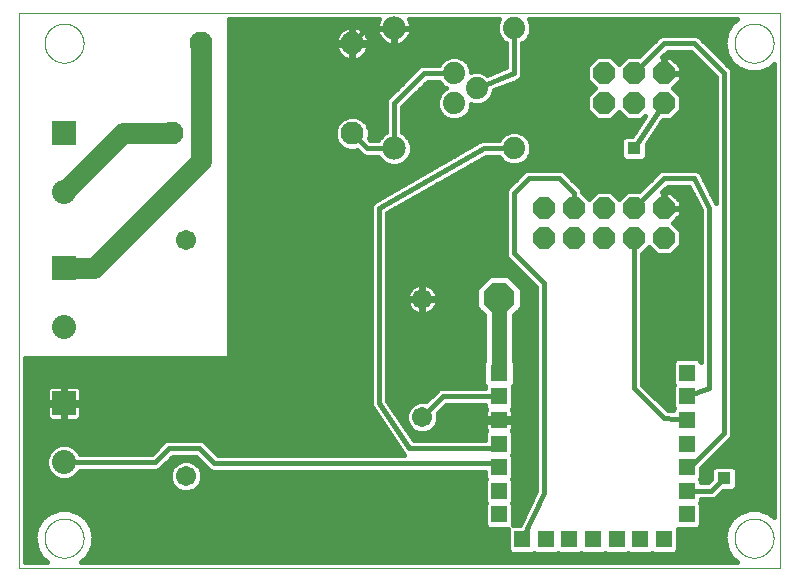
<source format=gtl>
G75*
%MOIN*%
%OFA0B0*%
%FSLAX25Y25*%
%IPPOS*%
%LPD*%
%AMOC8*
5,1,8,0,0,1.08239X$1,22.5*
%
%ADD10C,0.00000*%
%ADD11C,0.07400*%
%ADD12C,0.07800*%
%ADD13C,0.07677*%
%ADD14R,0.08000X0.08000*%
%ADD15C,0.08000*%
%ADD16OC8,0.07400*%
%ADD17C,0.06731*%
%ADD18R,0.05512X0.05512*%
%ADD19OC8,0.10000*%
%ADD20C,0.01600*%
%ADD21R,0.04362X0.04362*%
%ADD22C,0.07000*%
%ADD23C,0.05000*%
D10*
X0068333Y0055000D02*
X0068333Y0239961D01*
X0322034Y0239961D01*
X0322034Y0055000D01*
X0068333Y0055000D01*
X0076833Y0065000D02*
X0076835Y0065161D01*
X0076841Y0065321D01*
X0076851Y0065482D01*
X0076865Y0065642D01*
X0076883Y0065802D01*
X0076904Y0065961D01*
X0076930Y0066120D01*
X0076960Y0066278D01*
X0076993Y0066435D01*
X0077031Y0066592D01*
X0077072Y0066747D01*
X0077117Y0066901D01*
X0077166Y0067054D01*
X0077219Y0067206D01*
X0077275Y0067357D01*
X0077336Y0067506D01*
X0077399Y0067654D01*
X0077467Y0067800D01*
X0077538Y0067944D01*
X0077612Y0068086D01*
X0077690Y0068227D01*
X0077772Y0068365D01*
X0077857Y0068502D01*
X0077945Y0068636D01*
X0078037Y0068768D01*
X0078132Y0068898D01*
X0078230Y0069026D01*
X0078331Y0069151D01*
X0078435Y0069273D01*
X0078542Y0069393D01*
X0078652Y0069510D01*
X0078765Y0069625D01*
X0078881Y0069736D01*
X0079000Y0069845D01*
X0079121Y0069950D01*
X0079245Y0070053D01*
X0079371Y0070153D01*
X0079499Y0070249D01*
X0079630Y0070342D01*
X0079764Y0070432D01*
X0079899Y0070519D01*
X0080037Y0070602D01*
X0080176Y0070682D01*
X0080318Y0070758D01*
X0080461Y0070831D01*
X0080606Y0070900D01*
X0080753Y0070966D01*
X0080901Y0071028D01*
X0081051Y0071086D01*
X0081202Y0071141D01*
X0081355Y0071192D01*
X0081509Y0071239D01*
X0081664Y0071282D01*
X0081820Y0071321D01*
X0081976Y0071357D01*
X0082134Y0071388D01*
X0082292Y0071416D01*
X0082451Y0071440D01*
X0082611Y0071460D01*
X0082771Y0071476D01*
X0082931Y0071488D01*
X0083092Y0071496D01*
X0083253Y0071500D01*
X0083413Y0071500D01*
X0083574Y0071496D01*
X0083735Y0071488D01*
X0083895Y0071476D01*
X0084055Y0071460D01*
X0084215Y0071440D01*
X0084374Y0071416D01*
X0084532Y0071388D01*
X0084690Y0071357D01*
X0084846Y0071321D01*
X0085002Y0071282D01*
X0085157Y0071239D01*
X0085311Y0071192D01*
X0085464Y0071141D01*
X0085615Y0071086D01*
X0085765Y0071028D01*
X0085913Y0070966D01*
X0086060Y0070900D01*
X0086205Y0070831D01*
X0086348Y0070758D01*
X0086490Y0070682D01*
X0086629Y0070602D01*
X0086767Y0070519D01*
X0086902Y0070432D01*
X0087036Y0070342D01*
X0087167Y0070249D01*
X0087295Y0070153D01*
X0087421Y0070053D01*
X0087545Y0069950D01*
X0087666Y0069845D01*
X0087785Y0069736D01*
X0087901Y0069625D01*
X0088014Y0069510D01*
X0088124Y0069393D01*
X0088231Y0069273D01*
X0088335Y0069151D01*
X0088436Y0069026D01*
X0088534Y0068898D01*
X0088629Y0068768D01*
X0088721Y0068636D01*
X0088809Y0068502D01*
X0088894Y0068365D01*
X0088976Y0068227D01*
X0089054Y0068086D01*
X0089128Y0067944D01*
X0089199Y0067800D01*
X0089267Y0067654D01*
X0089330Y0067506D01*
X0089391Y0067357D01*
X0089447Y0067206D01*
X0089500Y0067054D01*
X0089549Y0066901D01*
X0089594Y0066747D01*
X0089635Y0066592D01*
X0089673Y0066435D01*
X0089706Y0066278D01*
X0089736Y0066120D01*
X0089762Y0065961D01*
X0089783Y0065802D01*
X0089801Y0065642D01*
X0089815Y0065482D01*
X0089825Y0065321D01*
X0089831Y0065161D01*
X0089833Y0065000D01*
X0089831Y0064839D01*
X0089825Y0064679D01*
X0089815Y0064518D01*
X0089801Y0064358D01*
X0089783Y0064198D01*
X0089762Y0064039D01*
X0089736Y0063880D01*
X0089706Y0063722D01*
X0089673Y0063565D01*
X0089635Y0063408D01*
X0089594Y0063253D01*
X0089549Y0063099D01*
X0089500Y0062946D01*
X0089447Y0062794D01*
X0089391Y0062643D01*
X0089330Y0062494D01*
X0089267Y0062346D01*
X0089199Y0062200D01*
X0089128Y0062056D01*
X0089054Y0061914D01*
X0088976Y0061773D01*
X0088894Y0061635D01*
X0088809Y0061498D01*
X0088721Y0061364D01*
X0088629Y0061232D01*
X0088534Y0061102D01*
X0088436Y0060974D01*
X0088335Y0060849D01*
X0088231Y0060727D01*
X0088124Y0060607D01*
X0088014Y0060490D01*
X0087901Y0060375D01*
X0087785Y0060264D01*
X0087666Y0060155D01*
X0087545Y0060050D01*
X0087421Y0059947D01*
X0087295Y0059847D01*
X0087167Y0059751D01*
X0087036Y0059658D01*
X0086902Y0059568D01*
X0086767Y0059481D01*
X0086629Y0059398D01*
X0086490Y0059318D01*
X0086348Y0059242D01*
X0086205Y0059169D01*
X0086060Y0059100D01*
X0085913Y0059034D01*
X0085765Y0058972D01*
X0085615Y0058914D01*
X0085464Y0058859D01*
X0085311Y0058808D01*
X0085157Y0058761D01*
X0085002Y0058718D01*
X0084846Y0058679D01*
X0084690Y0058643D01*
X0084532Y0058612D01*
X0084374Y0058584D01*
X0084215Y0058560D01*
X0084055Y0058540D01*
X0083895Y0058524D01*
X0083735Y0058512D01*
X0083574Y0058504D01*
X0083413Y0058500D01*
X0083253Y0058500D01*
X0083092Y0058504D01*
X0082931Y0058512D01*
X0082771Y0058524D01*
X0082611Y0058540D01*
X0082451Y0058560D01*
X0082292Y0058584D01*
X0082134Y0058612D01*
X0081976Y0058643D01*
X0081820Y0058679D01*
X0081664Y0058718D01*
X0081509Y0058761D01*
X0081355Y0058808D01*
X0081202Y0058859D01*
X0081051Y0058914D01*
X0080901Y0058972D01*
X0080753Y0059034D01*
X0080606Y0059100D01*
X0080461Y0059169D01*
X0080318Y0059242D01*
X0080176Y0059318D01*
X0080037Y0059398D01*
X0079899Y0059481D01*
X0079764Y0059568D01*
X0079630Y0059658D01*
X0079499Y0059751D01*
X0079371Y0059847D01*
X0079245Y0059947D01*
X0079121Y0060050D01*
X0079000Y0060155D01*
X0078881Y0060264D01*
X0078765Y0060375D01*
X0078652Y0060490D01*
X0078542Y0060607D01*
X0078435Y0060727D01*
X0078331Y0060849D01*
X0078230Y0060974D01*
X0078132Y0061102D01*
X0078037Y0061232D01*
X0077945Y0061364D01*
X0077857Y0061498D01*
X0077772Y0061635D01*
X0077690Y0061773D01*
X0077612Y0061914D01*
X0077538Y0062056D01*
X0077467Y0062200D01*
X0077399Y0062346D01*
X0077336Y0062494D01*
X0077275Y0062643D01*
X0077219Y0062794D01*
X0077166Y0062946D01*
X0077117Y0063099D01*
X0077072Y0063253D01*
X0077031Y0063408D01*
X0076993Y0063565D01*
X0076960Y0063722D01*
X0076930Y0063880D01*
X0076904Y0064039D01*
X0076883Y0064198D01*
X0076865Y0064358D01*
X0076851Y0064518D01*
X0076841Y0064679D01*
X0076835Y0064839D01*
X0076833Y0065000D01*
X0228333Y0095000D02*
X0228333Y0096496D01*
X0306833Y0065000D02*
X0306835Y0065161D01*
X0306841Y0065321D01*
X0306851Y0065482D01*
X0306865Y0065642D01*
X0306883Y0065802D01*
X0306904Y0065961D01*
X0306930Y0066120D01*
X0306960Y0066278D01*
X0306993Y0066435D01*
X0307031Y0066592D01*
X0307072Y0066747D01*
X0307117Y0066901D01*
X0307166Y0067054D01*
X0307219Y0067206D01*
X0307275Y0067357D01*
X0307336Y0067506D01*
X0307399Y0067654D01*
X0307467Y0067800D01*
X0307538Y0067944D01*
X0307612Y0068086D01*
X0307690Y0068227D01*
X0307772Y0068365D01*
X0307857Y0068502D01*
X0307945Y0068636D01*
X0308037Y0068768D01*
X0308132Y0068898D01*
X0308230Y0069026D01*
X0308331Y0069151D01*
X0308435Y0069273D01*
X0308542Y0069393D01*
X0308652Y0069510D01*
X0308765Y0069625D01*
X0308881Y0069736D01*
X0309000Y0069845D01*
X0309121Y0069950D01*
X0309245Y0070053D01*
X0309371Y0070153D01*
X0309499Y0070249D01*
X0309630Y0070342D01*
X0309764Y0070432D01*
X0309899Y0070519D01*
X0310037Y0070602D01*
X0310176Y0070682D01*
X0310318Y0070758D01*
X0310461Y0070831D01*
X0310606Y0070900D01*
X0310753Y0070966D01*
X0310901Y0071028D01*
X0311051Y0071086D01*
X0311202Y0071141D01*
X0311355Y0071192D01*
X0311509Y0071239D01*
X0311664Y0071282D01*
X0311820Y0071321D01*
X0311976Y0071357D01*
X0312134Y0071388D01*
X0312292Y0071416D01*
X0312451Y0071440D01*
X0312611Y0071460D01*
X0312771Y0071476D01*
X0312931Y0071488D01*
X0313092Y0071496D01*
X0313253Y0071500D01*
X0313413Y0071500D01*
X0313574Y0071496D01*
X0313735Y0071488D01*
X0313895Y0071476D01*
X0314055Y0071460D01*
X0314215Y0071440D01*
X0314374Y0071416D01*
X0314532Y0071388D01*
X0314690Y0071357D01*
X0314846Y0071321D01*
X0315002Y0071282D01*
X0315157Y0071239D01*
X0315311Y0071192D01*
X0315464Y0071141D01*
X0315615Y0071086D01*
X0315765Y0071028D01*
X0315913Y0070966D01*
X0316060Y0070900D01*
X0316205Y0070831D01*
X0316348Y0070758D01*
X0316490Y0070682D01*
X0316629Y0070602D01*
X0316767Y0070519D01*
X0316902Y0070432D01*
X0317036Y0070342D01*
X0317167Y0070249D01*
X0317295Y0070153D01*
X0317421Y0070053D01*
X0317545Y0069950D01*
X0317666Y0069845D01*
X0317785Y0069736D01*
X0317901Y0069625D01*
X0318014Y0069510D01*
X0318124Y0069393D01*
X0318231Y0069273D01*
X0318335Y0069151D01*
X0318436Y0069026D01*
X0318534Y0068898D01*
X0318629Y0068768D01*
X0318721Y0068636D01*
X0318809Y0068502D01*
X0318894Y0068365D01*
X0318976Y0068227D01*
X0319054Y0068086D01*
X0319128Y0067944D01*
X0319199Y0067800D01*
X0319267Y0067654D01*
X0319330Y0067506D01*
X0319391Y0067357D01*
X0319447Y0067206D01*
X0319500Y0067054D01*
X0319549Y0066901D01*
X0319594Y0066747D01*
X0319635Y0066592D01*
X0319673Y0066435D01*
X0319706Y0066278D01*
X0319736Y0066120D01*
X0319762Y0065961D01*
X0319783Y0065802D01*
X0319801Y0065642D01*
X0319815Y0065482D01*
X0319825Y0065321D01*
X0319831Y0065161D01*
X0319833Y0065000D01*
X0319831Y0064839D01*
X0319825Y0064679D01*
X0319815Y0064518D01*
X0319801Y0064358D01*
X0319783Y0064198D01*
X0319762Y0064039D01*
X0319736Y0063880D01*
X0319706Y0063722D01*
X0319673Y0063565D01*
X0319635Y0063408D01*
X0319594Y0063253D01*
X0319549Y0063099D01*
X0319500Y0062946D01*
X0319447Y0062794D01*
X0319391Y0062643D01*
X0319330Y0062494D01*
X0319267Y0062346D01*
X0319199Y0062200D01*
X0319128Y0062056D01*
X0319054Y0061914D01*
X0318976Y0061773D01*
X0318894Y0061635D01*
X0318809Y0061498D01*
X0318721Y0061364D01*
X0318629Y0061232D01*
X0318534Y0061102D01*
X0318436Y0060974D01*
X0318335Y0060849D01*
X0318231Y0060727D01*
X0318124Y0060607D01*
X0318014Y0060490D01*
X0317901Y0060375D01*
X0317785Y0060264D01*
X0317666Y0060155D01*
X0317545Y0060050D01*
X0317421Y0059947D01*
X0317295Y0059847D01*
X0317167Y0059751D01*
X0317036Y0059658D01*
X0316902Y0059568D01*
X0316767Y0059481D01*
X0316629Y0059398D01*
X0316490Y0059318D01*
X0316348Y0059242D01*
X0316205Y0059169D01*
X0316060Y0059100D01*
X0315913Y0059034D01*
X0315765Y0058972D01*
X0315615Y0058914D01*
X0315464Y0058859D01*
X0315311Y0058808D01*
X0315157Y0058761D01*
X0315002Y0058718D01*
X0314846Y0058679D01*
X0314690Y0058643D01*
X0314532Y0058612D01*
X0314374Y0058584D01*
X0314215Y0058560D01*
X0314055Y0058540D01*
X0313895Y0058524D01*
X0313735Y0058512D01*
X0313574Y0058504D01*
X0313413Y0058500D01*
X0313253Y0058500D01*
X0313092Y0058504D01*
X0312931Y0058512D01*
X0312771Y0058524D01*
X0312611Y0058540D01*
X0312451Y0058560D01*
X0312292Y0058584D01*
X0312134Y0058612D01*
X0311976Y0058643D01*
X0311820Y0058679D01*
X0311664Y0058718D01*
X0311509Y0058761D01*
X0311355Y0058808D01*
X0311202Y0058859D01*
X0311051Y0058914D01*
X0310901Y0058972D01*
X0310753Y0059034D01*
X0310606Y0059100D01*
X0310461Y0059169D01*
X0310318Y0059242D01*
X0310176Y0059318D01*
X0310037Y0059398D01*
X0309899Y0059481D01*
X0309764Y0059568D01*
X0309630Y0059658D01*
X0309499Y0059751D01*
X0309371Y0059847D01*
X0309245Y0059947D01*
X0309121Y0060050D01*
X0309000Y0060155D01*
X0308881Y0060264D01*
X0308765Y0060375D01*
X0308652Y0060490D01*
X0308542Y0060607D01*
X0308435Y0060727D01*
X0308331Y0060849D01*
X0308230Y0060974D01*
X0308132Y0061102D01*
X0308037Y0061232D01*
X0307945Y0061364D01*
X0307857Y0061498D01*
X0307772Y0061635D01*
X0307690Y0061773D01*
X0307612Y0061914D01*
X0307538Y0062056D01*
X0307467Y0062200D01*
X0307399Y0062346D01*
X0307336Y0062494D01*
X0307275Y0062643D01*
X0307219Y0062794D01*
X0307166Y0062946D01*
X0307117Y0063099D01*
X0307072Y0063253D01*
X0307031Y0063408D01*
X0306993Y0063565D01*
X0306960Y0063722D01*
X0306930Y0063880D01*
X0306904Y0064039D01*
X0306883Y0064198D01*
X0306865Y0064358D01*
X0306851Y0064518D01*
X0306841Y0064679D01*
X0306835Y0064839D01*
X0306833Y0065000D01*
X0306833Y0230000D02*
X0306835Y0230161D01*
X0306841Y0230321D01*
X0306851Y0230482D01*
X0306865Y0230642D01*
X0306883Y0230802D01*
X0306904Y0230961D01*
X0306930Y0231120D01*
X0306960Y0231278D01*
X0306993Y0231435D01*
X0307031Y0231592D01*
X0307072Y0231747D01*
X0307117Y0231901D01*
X0307166Y0232054D01*
X0307219Y0232206D01*
X0307275Y0232357D01*
X0307336Y0232506D01*
X0307399Y0232654D01*
X0307467Y0232800D01*
X0307538Y0232944D01*
X0307612Y0233086D01*
X0307690Y0233227D01*
X0307772Y0233365D01*
X0307857Y0233502D01*
X0307945Y0233636D01*
X0308037Y0233768D01*
X0308132Y0233898D01*
X0308230Y0234026D01*
X0308331Y0234151D01*
X0308435Y0234273D01*
X0308542Y0234393D01*
X0308652Y0234510D01*
X0308765Y0234625D01*
X0308881Y0234736D01*
X0309000Y0234845D01*
X0309121Y0234950D01*
X0309245Y0235053D01*
X0309371Y0235153D01*
X0309499Y0235249D01*
X0309630Y0235342D01*
X0309764Y0235432D01*
X0309899Y0235519D01*
X0310037Y0235602D01*
X0310176Y0235682D01*
X0310318Y0235758D01*
X0310461Y0235831D01*
X0310606Y0235900D01*
X0310753Y0235966D01*
X0310901Y0236028D01*
X0311051Y0236086D01*
X0311202Y0236141D01*
X0311355Y0236192D01*
X0311509Y0236239D01*
X0311664Y0236282D01*
X0311820Y0236321D01*
X0311976Y0236357D01*
X0312134Y0236388D01*
X0312292Y0236416D01*
X0312451Y0236440D01*
X0312611Y0236460D01*
X0312771Y0236476D01*
X0312931Y0236488D01*
X0313092Y0236496D01*
X0313253Y0236500D01*
X0313413Y0236500D01*
X0313574Y0236496D01*
X0313735Y0236488D01*
X0313895Y0236476D01*
X0314055Y0236460D01*
X0314215Y0236440D01*
X0314374Y0236416D01*
X0314532Y0236388D01*
X0314690Y0236357D01*
X0314846Y0236321D01*
X0315002Y0236282D01*
X0315157Y0236239D01*
X0315311Y0236192D01*
X0315464Y0236141D01*
X0315615Y0236086D01*
X0315765Y0236028D01*
X0315913Y0235966D01*
X0316060Y0235900D01*
X0316205Y0235831D01*
X0316348Y0235758D01*
X0316490Y0235682D01*
X0316629Y0235602D01*
X0316767Y0235519D01*
X0316902Y0235432D01*
X0317036Y0235342D01*
X0317167Y0235249D01*
X0317295Y0235153D01*
X0317421Y0235053D01*
X0317545Y0234950D01*
X0317666Y0234845D01*
X0317785Y0234736D01*
X0317901Y0234625D01*
X0318014Y0234510D01*
X0318124Y0234393D01*
X0318231Y0234273D01*
X0318335Y0234151D01*
X0318436Y0234026D01*
X0318534Y0233898D01*
X0318629Y0233768D01*
X0318721Y0233636D01*
X0318809Y0233502D01*
X0318894Y0233365D01*
X0318976Y0233227D01*
X0319054Y0233086D01*
X0319128Y0232944D01*
X0319199Y0232800D01*
X0319267Y0232654D01*
X0319330Y0232506D01*
X0319391Y0232357D01*
X0319447Y0232206D01*
X0319500Y0232054D01*
X0319549Y0231901D01*
X0319594Y0231747D01*
X0319635Y0231592D01*
X0319673Y0231435D01*
X0319706Y0231278D01*
X0319736Y0231120D01*
X0319762Y0230961D01*
X0319783Y0230802D01*
X0319801Y0230642D01*
X0319815Y0230482D01*
X0319825Y0230321D01*
X0319831Y0230161D01*
X0319833Y0230000D01*
X0319831Y0229839D01*
X0319825Y0229679D01*
X0319815Y0229518D01*
X0319801Y0229358D01*
X0319783Y0229198D01*
X0319762Y0229039D01*
X0319736Y0228880D01*
X0319706Y0228722D01*
X0319673Y0228565D01*
X0319635Y0228408D01*
X0319594Y0228253D01*
X0319549Y0228099D01*
X0319500Y0227946D01*
X0319447Y0227794D01*
X0319391Y0227643D01*
X0319330Y0227494D01*
X0319267Y0227346D01*
X0319199Y0227200D01*
X0319128Y0227056D01*
X0319054Y0226914D01*
X0318976Y0226773D01*
X0318894Y0226635D01*
X0318809Y0226498D01*
X0318721Y0226364D01*
X0318629Y0226232D01*
X0318534Y0226102D01*
X0318436Y0225974D01*
X0318335Y0225849D01*
X0318231Y0225727D01*
X0318124Y0225607D01*
X0318014Y0225490D01*
X0317901Y0225375D01*
X0317785Y0225264D01*
X0317666Y0225155D01*
X0317545Y0225050D01*
X0317421Y0224947D01*
X0317295Y0224847D01*
X0317167Y0224751D01*
X0317036Y0224658D01*
X0316902Y0224568D01*
X0316767Y0224481D01*
X0316629Y0224398D01*
X0316490Y0224318D01*
X0316348Y0224242D01*
X0316205Y0224169D01*
X0316060Y0224100D01*
X0315913Y0224034D01*
X0315765Y0223972D01*
X0315615Y0223914D01*
X0315464Y0223859D01*
X0315311Y0223808D01*
X0315157Y0223761D01*
X0315002Y0223718D01*
X0314846Y0223679D01*
X0314690Y0223643D01*
X0314532Y0223612D01*
X0314374Y0223584D01*
X0314215Y0223560D01*
X0314055Y0223540D01*
X0313895Y0223524D01*
X0313735Y0223512D01*
X0313574Y0223504D01*
X0313413Y0223500D01*
X0313253Y0223500D01*
X0313092Y0223504D01*
X0312931Y0223512D01*
X0312771Y0223524D01*
X0312611Y0223540D01*
X0312451Y0223560D01*
X0312292Y0223584D01*
X0312134Y0223612D01*
X0311976Y0223643D01*
X0311820Y0223679D01*
X0311664Y0223718D01*
X0311509Y0223761D01*
X0311355Y0223808D01*
X0311202Y0223859D01*
X0311051Y0223914D01*
X0310901Y0223972D01*
X0310753Y0224034D01*
X0310606Y0224100D01*
X0310461Y0224169D01*
X0310318Y0224242D01*
X0310176Y0224318D01*
X0310037Y0224398D01*
X0309899Y0224481D01*
X0309764Y0224568D01*
X0309630Y0224658D01*
X0309499Y0224751D01*
X0309371Y0224847D01*
X0309245Y0224947D01*
X0309121Y0225050D01*
X0309000Y0225155D01*
X0308881Y0225264D01*
X0308765Y0225375D01*
X0308652Y0225490D01*
X0308542Y0225607D01*
X0308435Y0225727D01*
X0308331Y0225849D01*
X0308230Y0225974D01*
X0308132Y0226102D01*
X0308037Y0226232D01*
X0307945Y0226364D01*
X0307857Y0226498D01*
X0307772Y0226635D01*
X0307690Y0226773D01*
X0307612Y0226914D01*
X0307538Y0227056D01*
X0307467Y0227200D01*
X0307399Y0227346D01*
X0307336Y0227494D01*
X0307275Y0227643D01*
X0307219Y0227794D01*
X0307166Y0227946D01*
X0307117Y0228099D01*
X0307072Y0228253D01*
X0307031Y0228408D01*
X0306993Y0228565D01*
X0306960Y0228722D01*
X0306930Y0228880D01*
X0306904Y0229039D01*
X0306883Y0229198D01*
X0306865Y0229358D01*
X0306851Y0229518D01*
X0306841Y0229679D01*
X0306835Y0229839D01*
X0306833Y0230000D01*
X0076833Y0230000D02*
X0076835Y0230161D01*
X0076841Y0230321D01*
X0076851Y0230482D01*
X0076865Y0230642D01*
X0076883Y0230802D01*
X0076904Y0230961D01*
X0076930Y0231120D01*
X0076960Y0231278D01*
X0076993Y0231435D01*
X0077031Y0231592D01*
X0077072Y0231747D01*
X0077117Y0231901D01*
X0077166Y0232054D01*
X0077219Y0232206D01*
X0077275Y0232357D01*
X0077336Y0232506D01*
X0077399Y0232654D01*
X0077467Y0232800D01*
X0077538Y0232944D01*
X0077612Y0233086D01*
X0077690Y0233227D01*
X0077772Y0233365D01*
X0077857Y0233502D01*
X0077945Y0233636D01*
X0078037Y0233768D01*
X0078132Y0233898D01*
X0078230Y0234026D01*
X0078331Y0234151D01*
X0078435Y0234273D01*
X0078542Y0234393D01*
X0078652Y0234510D01*
X0078765Y0234625D01*
X0078881Y0234736D01*
X0079000Y0234845D01*
X0079121Y0234950D01*
X0079245Y0235053D01*
X0079371Y0235153D01*
X0079499Y0235249D01*
X0079630Y0235342D01*
X0079764Y0235432D01*
X0079899Y0235519D01*
X0080037Y0235602D01*
X0080176Y0235682D01*
X0080318Y0235758D01*
X0080461Y0235831D01*
X0080606Y0235900D01*
X0080753Y0235966D01*
X0080901Y0236028D01*
X0081051Y0236086D01*
X0081202Y0236141D01*
X0081355Y0236192D01*
X0081509Y0236239D01*
X0081664Y0236282D01*
X0081820Y0236321D01*
X0081976Y0236357D01*
X0082134Y0236388D01*
X0082292Y0236416D01*
X0082451Y0236440D01*
X0082611Y0236460D01*
X0082771Y0236476D01*
X0082931Y0236488D01*
X0083092Y0236496D01*
X0083253Y0236500D01*
X0083413Y0236500D01*
X0083574Y0236496D01*
X0083735Y0236488D01*
X0083895Y0236476D01*
X0084055Y0236460D01*
X0084215Y0236440D01*
X0084374Y0236416D01*
X0084532Y0236388D01*
X0084690Y0236357D01*
X0084846Y0236321D01*
X0085002Y0236282D01*
X0085157Y0236239D01*
X0085311Y0236192D01*
X0085464Y0236141D01*
X0085615Y0236086D01*
X0085765Y0236028D01*
X0085913Y0235966D01*
X0086060Y0235900D01*
X0086205Y0235831D01*
X0086348Y0235758D01*
X0086490Y0235682D01*
X0086629Y0235602D01*
X0086767Y0235519D01*
X0086902Y0235432D01*
X0087036Y0235342D01*
X0087167Y0235249D01*
X0087295Y0235153D01*
X0087421Y0235053D01*
X0087545Y0234950D01*
X0087666Y0234845D01*
X0087785Y0234736D01*
X0087901Y0234625D01*
X0088014Y0234510D01*
X0088124Y0234393D01*
X0088231Y0234273D01*
X0088335Y0234151D01*
X0088436Y0234026D01*
X0088534Y0233898D01*
X0088629Y0233768D01*
X0088721Y0233636D01*
X0088809Y0233502D01*
X0088894Y0233365D01*
X0088976Y0233227D01*
X0089054Y0233086D01*
X0089128Y0232944D01*
X0089199Y0232800D01*
X0089267Y0232654D01*
X0089330Y0232506D01*
X0089391Y0232357D01*
X0089447Y0232206D01*
X0089500Y0232054D01*
X0089549Y0231901D01*
X0089594Y0231747D01*
X0089635Y0231592D01*
X0089673Y0231435D01*
X0089706Y0231278D01*
X0089736Y0231120D01*
X0089762Y0230961D01*
X0089783Y0230802D01*
X0089801Y0230642D01*
X0089815Y0230482D01*
X0089825Y0230321D01*
X0089831Y0230161D01*
X0089833Y0230000D01*
X0089831Y0229839D01*
X0089825Y0229679D01*
X0089815Y0229518D01*
X0089801Y0229358D01*
X0089783Y0229198D01*
X0089762Y0229039D01*
X0089736Y0228880D01*
X0089706Y0228722D01*
X0089673Y0228565D01*
X0089635Y0228408D01*
X0089594Y0228253D01*
X0089549Y0228099D01*
X0089500Y0227946D01*
X0089447Y0227794D01*
X0089391Y0227643D01*
X0089330Y0227494D01*
X0089267Y0227346D01*
X0089199Y0227200D01*
X0089128Y0227056D01*
X0089054Y0226914D01*
X0088976Y0226773D01*
X0088894Y0226635D01*
X0088809Y0226498D01*
X0088721Y0226364D01*
X0088629Y0226232D01*
X0088534Y0226102D01*
X0088436Y0225974D01*
X0088335Y0225849D01*
X0088231Y0225727D01*
X0088124Y0225607D01*
X0088014Y0225490D01*
X0087901Y0225375D01*
X0087785Y0225264D01*
X0087666Y0225155D01*
X0087545Y0225050D01*
X0087421Y0224947D01*
X0087295Y0224847D01*
X0087167Y0224751D01*
X0087036Y0224658D01*
X0086902Y0224568D01*
X0086767Y0224481D01*
X0086629Y0224398D01*
X0086490Y0224318D01*
X0086348Y0224242D01*
X0086205Y0224169D01*
X0086060Y0224100D01*
X0085913Y0224034D01*
X0085765Y0223972D01*
X0085615Y0223914D01*
X0085464Y0223859D01*
X0085311Y0223808D01*
X0085157Y0223761D01*
X0085002Y0223718D01*
X0084846Y0223679D01*
X0084690Y0223643D01*
X0084532Y0223612D01*
X0084374Y0223584D01*
X0084215Y0223560D01*
X0084055Y0223540D01*
X0083895Y0223524D01*
X0083735Y0223512D01*
X0083574Y0223504D01*
X0083413Y0223500D01*
X0083253Y0223500D01*
X0083092Y0223504D01*
X0082931Y0223512D01*
X0082771Y0223524D01*
X0082611Y0223540D01*
X0082451Y0223560D01*
X0082292Y0223584D01*
X0082134Y0223612D01*
X0081976Y0223643D01*
X0081820Y0223679D01*
X0081664Y0223718D01*
X0081509Y0223761D01*
X0081355Y0223808D01*
X0081202Y0223859D01*
X0081051Y0223914D01*
X0080901Y0223972D01*
X0080753Y0224034D01*
X0080606Y0224100D01*
X0080461Y0224169D01*
X0080318Y0224242D01*
X0080176Y0224318D01*
X0080037Y0224398D01*
X0079899Y0224481D01*
X0079764Y0224568D01*
X0079630Y0224658D01*
X0079499Y0224751D01*
X0079371Y0224847D01*
X0079245Y0224947D01*
X0079121Y0225050D01*
X0079000Y0225155D01*
X0078881Y0225264D01*
X0078765Y0225375D01*
X0078652Y0225490D01*
X0078542Y0225607D01*
X0078435Y0225727D01*
X0078331Y0225849D01*
X0078230Y0225974D01*
X0078132Y0226102D01*
X0078037Y0226232D01*
X0077945Y0226364D01*
X0077857Y0226498D01*
X0077772Y0226635D01*
X0077690Y0226773D01*
X0077612Y0226914D01*
X0077538Y0227056D01*
X0077467Y0227200D01*
X0077399Y0227346D01*
X0077336Y0227494D01*
X0077275Y0227643D01*
X0077219Y0227794D01*
X0077166Y0227946D01*
X0077117Y0228099D01*
X0077072Y0228253D01*
X0077031Y0228408D01*
X0076993Y0228565D01*
X0076960Y0228722D01*
X0076930Y0228880D01*
X0076904Y0229039D01*
X0076883Y0229198D01*
X0076865Y0229358D01*
X0076851Y0229518D01*
X0076841Y0229679D01*
X0076835Y0229839D01*
X0076833Y0230000D01*
D11*
X0213333Y0220000D03*
X0220833Y0215000D03*
X0213333Y0210000D03*
X0233333Y0195000D03*
X0233333Y0235000D03*
D12*
X0193333Y0235000D03*
X0193333Y0195000D03*
D13*
X0179333Y0199900D03*
X0179333Y0230000D03*
X0129133Y0230000D03*
X0119333Y0200000D03*
D14*
X0083333Y0200000D03*
X0083333Y0155000D03*
X0083333Y0110000D03*
D15*
X0083333Y0090315D03*
X0083333Y0135315D03*
X0083333Y0180315D03*
D16*
X0243333Y0175000D03*
X0253333Y0175000D03*
X0263333Y0175000D03*
X0273333Y0175000D03*
X0283333Y0175000D03*
X0283333Y0165000D03*
X0273333Y0165000D03*
X0263333Y0165000D03*
X0253333Y0165000D03*
X0243333Y0165000D03*
X0263333Y0210000D03*
X0273333Y0210000D03*
X0283333Y0210000D03*
X0283333Y0220000D03*
X0273333Y0220000D03*
X0263333Y0220000D03*
D17*
X0202703Y0144685D03*
X0202703Y0105315D03*
X0123963Y0085630D03*
X0123963Y0164370D03*
D18*
X0228333Y0120118D03*
X0228333Y0112244D03*
X0228333Y0104370D03*
X0228333Y0096496D03*
X0228333Y0088622D03*
X0228333Y0080748D03*
X0228333Y0072874D03*
X0236010Y0064606D03*
X0243885Y0064606D03*
X0251759Y0064606D03*
X0259633Y0064606D03*
X0267507Y0064606D03*
X0275381Y0064606D03*
X0283255Y0064606D03*
X0290932Y0072874D03*
X0290932Y0080748D03*
X0290932Y0088622D03*
X0290932Y0096496D03*
X0290932Y0104370D03*
X0290932Y0112244D03*
X0290932Y0120118D03*
D19*
X0228333Y0145000D03*
D20*
X0233405Y0139364D02*
X0235905Y0141864D01*
X0235905Y0148136D01*
X0231470Y0152572D01*
X0225197Y0152572D01*
X0220762Y0148136D01*
X0220762Y0141864D01*
X0223262Y0139364D01*
X0223262Y0124003D01*
X0223006Y0123386D01*
X0223006Y0116851D01*
X0223397Y0115905D01*
X0223577Y0115725D01*
X0223577Y0115044D01*
X0209076Y0115044D01*
X0208046Y0114618D01*
X0207259Y0113830D01*
X0204010Y0110581D01*
X0203771Y0110680D01*
X0201636Y0110680D01*
X0199664Y0109863D01*
X0198155Y0108354D01*
X0197338Y0106382D01*
X0197338Y0104248D01*
X0198155Y0102276D01*
X0199664Y0100766D01*
X0201636Y0099950D01*
X0203771Y0099950D01*
X0205743Y0100766D01*
X0207252Y0102276D01*
X0208069Y0104248D01*
X0208069Y0106382D01*
X0207970Y0106621D01*
X0210792Y0109444D01*
X0223577Y0109444D01*
X0223577Y0108660D01*
X0224089Y0108148D01*
X0223900Y0107821D01*
X0223777Y0107363D01*
X0223777Y0104948D01*
X0227755Y0104948D01*
X0227755Y0103792D01*
X0223777Y0103792D01*
X0223777Y0101377D01*
X0223900Y0100919D01*
X0224089Y0100592D01*
X0223577Y0100080D01*
X0223577Y0097800D01*
X0199832Y0097800D01*
X0191133Y0110848D01*
X0191133Y0173375D01*
X0224077Y0192200D01*
X0228323Y0192200D01*
X0228501Y0191771D01*
X0230105Y0190168D01*
X0232200Y0189300D01*
X0234467Y0189300D01*
X0236562Y0190168D01*
X0238166Y0191771D01*
X0239033Y0193866D01*
X0239033Y0196134D01*
X0238166Y0198229D01*
X0236562Y0199832D01*
X0234467Y0200700D01*
X0232200Y0200700D01*
X0230105Y0199832D01*
X0228501Y0198229D01*
X0228323Y0197800D01*
X0223708Y0197800D01*
X0223533Y0197848D01*
X0223156Y0197800D01*
X0222776Y0197800D01*
X0222608Y0197730D01*
X0222428Y0197707D01*
X0222098Y0197519D01*
X0221747Y0197374D01*
X0221619Y0197245D01*
X0187098Y0177519D01*
X0186747Y0177374D01*
X0186619Y0177245D01*
X0186461Y0177155D01*
X0186228Y0176855D01*
X0185960Y0176586D01*
X0185890Y0176418D01*
X0185779Y0176274D01*
X0185679Y0175908D01*
X0185533Y0175557D01*
X0185533Y0175375D01*
X0185485Y0175199D01*
X0185533Y0174823D01*
X0185533Y0110277D01*
X0185478Y0110003D01*
X0185533Y0109726D01*
X0185533Y0109443D01*
X0185640Y0109185D01*
X0185695Y0108910D01*
X0185851Y0108675D01*
X0185960Y0108414D01*
X0186157Y0108216D01*
X0195851Y0093675D01*
X0195960Y0093414D01*
X0196157Y0093216D01*
X0196313Y0092983D01*
X0196547Y0092826D01*
X0196574Y0092800D01*
X0138333Y0092800D01*
X0134493Y0092800D01*
X0129919Y0097374D01*
X0128890Y0097800D01*
X0117776Y0097800D01*
X0116747Y0097374D01*
X0115960Y0096586D01*
X0112488Y0093115D01*
X0088668Y0093115D01*
X0088420Y0093714D01*
X0086732Y0095402D01*
X0084527Y0096315D01*
X0082140Y0096315D01*
X0079935Y0095402D01*
X0078247Y0093714D01*
X0077333Y0091508D01*
X0077333Y0089121D01*
X0078247Y0086916D01*
X0079935Y0085228D01*
X0082140Y0084315D01*
X0084527Y0084315D01*
X0086732Y0085228D01*
X0088420Y0086916D01*
X0088668Y0087515D01*
X0114205Y0087515D01*
X0115234Y0087941D01*
X0119493Y0092200D01*
X0127174Y0092200D01*
X0130960Y0088414D01*
X0131747Y0087626D01*
X0132776Y0087200D01*
X0138333Y0087200D01*
X0138333Y0057000D01*
X0088890Y0057000D01*
X0090879Y0058669D01*
X0092589Y0061631D01*
X0092589Y0061631D01*
X0093183Y0065000D01*
X0092589Y0068369D01*
X0090879Y0071331D01*
X0090879Y0071331D01*
X0088258Y0073530D01*
X0085044Y0074700D01*
X0081623Y0074700D01*
X0078409Y0073530D01*
X0078409Y0073530D01*
X0075788Y0071331D01*
X0074078Y0068369D01*
X0074078Y0068369D01*
X0073484Y0065000D01*
X0074078Y0061631D01*
X0075788Y0058669D01*
X0075788Y0058669D01*
X0077777Y0057000D01*
X0070333Y0057000D01*
X0070333Y0125000D01*
X0138333Y0125000D01*
X0138333Y0092800D01*
X0138333Y0237961D01*
X0188445Y0237961D01*
X0188051Y0237188D01*
X0187774Y0236335D01*
X0187633Y0235449D01*
X0187633Y0235184D01*
X0193149Y0235184D01*
X0193149Y0234816D01*
X0187633Y0234816D01*
X0187633Y0234551D01*
X0187774Y0233665D01*
X0188051Y0232812D01*
X0188458Y0232013D01*
X0188986Y0231287D01*
X0189620Y0230652D01*
X0190346Y0230125D01*
X0191145Y0229718D01*
X0191999Y0229440D01*
X0192885Y0229300D01*
X0193149Y0229300D01*
X0193149Y0234816D01*
X0193518Y0234816D01*
X0193518Y0235184D01*
X0199033Y0235184D01*
X0199033Y0235449D01*
X0198893Y0236335D01*
X0198616Y0237188D01*
X0198222Y0237961D01*
X0228390Y0237961D01*
X0227633Y0236134D01*
X0227633Y0233866D01*
X0228501Y0231771D01*
X0230105Y0230168D01*
X0230533Y0229990D01*
X0230533Y0221896D01*
X0224437Y0219457D01*
X0224062Y0219832D01*
X0221967Y0220700D01*
X0219700Y0220700D01*
X0219033Y0220424D01*
X0219033Y0221134D01*
X0218166Y0223229D01*
X0216562Y0224832D01*
X0214467Y0225700D01*
X0212200Y0225700D01*
X0210105Y0224832D01*
X0208501Y0223229D01*
X0208323Y0222800D01*
X0202776Y0222800D01*
X0201747Y0222374D01*
X0191747Y0212374D01*
X0190960Y0211586D01*
X0190533Y0210557D01*
X0190533Y0200226D01*
X0189991Y0200002D01*
X0188332Y0198342D01*
X0188107Y0197800D01*
X0185393Y0197800D01*
X0184962Y0198231D01*
X0185172Y0198739D01*
X0185172Y0201061D01*
X0184283Y0203207D01*
X0182641Y0204850D01*
X0180495Y0205739D01*
X0178172Y0205739D01*
X0176026Y0204850D01*
X0174384Y0203207D01*
X0173495Y0201061D01*
X0173495Y0198739D01*
X0174384Y0196593D01*
X0176026Y0194950D01*
X0178172Y0194061D01*
X0180495Y0194061D01*
X0181002Y0194272D01*
X0181860Y0193414D01*
X0182647Y0192626D01*
X0183676Y0192200D01*
X0188107Y0192200D01*
X0188332Y0191658D01*
X0189991Y0189998D01*
X0192160Y0189100D01*
X0194507Y0189100D01*
X0196675Y0189998D01*
X0198335Y0191658D01*
X0199233Y0193826D01*
X0199233Y0196174D01*
X0198335Y0198342D01*
X0196675Y0200002D01*
X0196133Y0200226D01*
X0196133Y0208840D01*
X0204493Y0217200D01*
X0208323Y0217200D01*
X0208501Y0216771D01*
X0210105Y0215168D01*
X0210510Y0215000D01*
X0210105Y0214832D01*
X0208501Y0213229D01*
X0207633Y0211134D01*
X0207633Y0208866D01*
X0208501Y0206771D01*
X0210105Y0205168D01*
X0212200Y0204300D01*
X0214467Y0204300D01*
X0216562Y0205168D01*
X0218166Y0206771D01*
X0219033Y0208866D01*
X0219033Y0209576D01*
X0219700Y0209300D01*
X0221967Y0209300D01*
X0224062Y0210168D01*
X0225666Y0211771D01*
X0226533Y0213866D01*
X0226533Y0214264D01*
X0233873Y0217200D01*
X0233890Y0217200D01*
X0234389Y0217407D01*
X0234890Y0217607D01*
X0234903Y0217619D01*
X0234919Y0217626D01*
X0235301Y0218008D01*
X0235688Y0218385D01*
X0235695Y0218401D01*
X0235707Y0218414D01*
X0235914Y0218913D01*
X0236126Y0219409D01*
X0236127Y0219427D01*
X0236133Y0219443D01*
X0236133Y0219983D01*
X0236140Y0220523D01*
X0236133Y0220539D01*
X0236133Y0229990D01*
X0236562Y0230168D01*
X0238166Y0231771D01*
X0239033Y0233866D01*
X0239033Y0236134D01*
X0238277Y0237961D01*
X0307730Y0237961D01*
X0305788Y0236331D01*
X0304078Y0233369D01*
X0304078Y0233369D01*
X0303484Y0230000D01*
X0304078Y0226631D01*
X0305788Y0223669D01*
X0305788Y0223669D01*
X0308409Y0221470D01*
X0311623Y0220300D01*
X0315044Y0220300D01*
X0318258Y0221470D01*
X0318258Y0221470D01*
X0320034Y0222960D01*
X0320034Y0072040D01*
X0318258Y0073530D01*
X0315044Y0074700D01*
X0311623Y0074700D01*
X0308409Y0073530D01*
X0305788Y0071331D01*
X0304078Y0068369D01*
X0304078Y0068369D01*
X0303484Y0065000D01*
X0304078Y0061631D01*
X0305788Y0058669D01*
X0305788Y0058669D01*
X0307777Y0057000D01*
X0138333Y0057000D01*
X0138333Y0087200D01*
X0223577Y0087200D01*
X0223577Y0085038D01*
X0223930Y0084685D01*
X0223577Y0084332D01*
X0223577Y0077164D01*
X0223930Y0076811D01*
X0223577Y0076458D01*
X0223577Y0069290D01*
X0224749Y0068118D01*
X0231255Y0068118D01*
X0231255Y0061022D01*
X0232426Y0059850D01*
X0239595Y0059850D01*
X0239947Y0060203D01*
X0240300Y0059850D01*
X0247469Y0059850D01*
X0247822Y0060203D01*
X0248174Y0059850D01*
X0255343Y0059850D01*
X0255696Y0060203D01*
X0256048Y0059850D01*
X0263217Y0059850D01*
X0263570Y0060203D01*
X0263922Y0059850D01*
X0271091Y0059850D01*
X0271444Y0060203D01*
X0271796Y0059850D01*
X0278965Y0059850D01*
X0279318Y0060203D01*
X0279670Y0059850D01*
X0286839Y0059850D01*
X0288010Y0061022D01*
X0288010Y0068118D01*
X0294516Y0068118D01*
X0295688Y0069290D01*
X0295688Y0076458D01*
X0295335Y0076811D01*
X0295688Y0077164D01*
X0295688Y0077948D01*
X0299638Y0077948D01*
X0300667Y0078374D01*
X0303112Y0080819D01*
X0306343Y0080819D01*
X0307514Y0081990D01*
X0307514Y0088010D01*
X0306343Y0089181D01*
X0300324Y0089181D01*
X0299152Y0088010D01*
X0299152Y0084779D01*
X0297922Y0083548D01*
X0295688Y0083548D01*
X0295688Y0084332D01*
X0295335Y0084685D01*
X0295688Y0085038D01*
X0295688Y0088395D01*
X0304919Y0097626D01*
X0305707Y0098414D01*
X0306133Y0099443D01*
X0306133Y0220557D01*
X0305707Y0221586D01*
X0304919Y0222374D01*
X0295707Y0231586D01*
X0295707Y0231586D01*
X0294919Y0232374D01*
X0293890Y0232800D01*
X0282776Y0232800D01*
X0281747Y0232374D01*
X0275074Y0225700D01*
X0270972Y0225700D01*
X0268333Y0223061D01*
X0265694Y0225700D01*
X0260972Y0225700D01*
X0257633Y0222361D01*
X0257633Y0217639D01*
X0260272Y0215000D01*
X0257633Y0212361D01*
X0257633Y0207639D01*
X0260972Y0204300D01*
X0265694Y0204300D01*
X0268333Y0206939D01*
X0270972Y0204300D01*
X0275694Y0204300D01*
X0277116Y0205721D01*
X0272756Y0199181D01*
X0270324Y0199181D01*
X0269152Y0198010D01*
X0269152Y0191990D01*
X0270324Y0190819D01*
X0276343Y0190819D01*
X0277514Y0191990D01*
X0277514Y0196224D01*
X0282898Y0204300D01*
X0285694Y0204300D01*
X0289033Y0207639D01*
X0289033Y0212361D01*
X0286253Y0215141D01*
X0288833Y0217722D01*
X0288833Y0219800D01*
X0283533Y0219800D01*
X0283533Y0220200D01*
X0283133Y0220200D01*
X0283133Y0225500D01*
X0282793Y0225500D01*
X0284493Y0227200D01*
X0292174Y0227200D01*
X0300533Y0218840D01*
X0300533Y0176861D01*
X0295882Y0186163D01*
X0295707Y0186586D01*
X0295634Y0186659D01*
X0295589Y0186750D01*
X0295243Y0187050D01*
X0294919Y0187374D01*
X0294825Y0187413D01*
X0294747Y0187480D01*
X0294313Y0187625D01*
X0293890Y0187800D01*
X0293788Y0187800D01*
X0293690Y0187832D01*
X0293234Y0187800D01*
X0282776Y0187800D01*
X0281747Y0187374D01*
X0275074Y0180700D01*
X0270972Y0180700D01*
X0268333Y0178061D01*
X0265694Y0180700D01*
X0260972Y0180700D01*
X0258333Y0178061D01*
X0256133Y0180261D01*
X0256133Y0180557D01*
X0255707Y0181586D01*
X0250707Y0186586D01*
X0249919Y0187374D01*
X0248890Y0187800D01*
X0237776Y0187800D01*
X0236747Y0187374D01*
X0231747Y0182374D01*
X0230960Y0181586D01*
X0230533Y0180557D01*
X0230533Y0159443D01*
X0230960Y0158414D01*
X0240533Y0148840D01*
X0240533Y0080632D01*
X0235172Y0069362D01*
X0233089Y0069362D01*
X0233089Y0076458D01*
X0232737Y0076811D01*
X0233089Y0077164D01*
X0233089Y0084332D01*
X0232737Y0084685D01*
X0233089Y0085038D01*
X0233089Y0092206D01*
X0232737Y0092559D01*
X0233089Y0092912D01*
X0233089Y0100080D01*
X0232578Y0100592D01*
X0232767Y0100919D01*
X0232889Y0101377D01*
X0232889Y0103792D01*
X0228911Y0103792D01*
X0228911Y0104948D01*
X0232889Y0104948D01*
X0232889Y0107363D01*
X0232767Y0107821D01*
X0232578Y0108148D01*
X0233089Y0108660D01*
X0233089Y0115725D01*
X0233269Y0115905D01*
X0233661Y0116851D01*
X0233661Y0123386D01*
X0233405Y0124003D01*
X0233405Y0139364D01*
X0233762Y0139721D02*
X0240533Y0139721D01*
X0240533Y0138123D02*
X0233405Y0138123D01*
X0233405Y0136524D02*
X0240533Y0136524D01*
X0240533Y0134926D02*
X0233405Y0134926D01*
X0233405Y0133327D02*
X0240533Y0133327D01*
X0240533Y0131729D02*
X0233405Y0131729D01*
X0233405Y0130130D02*
X0240533Y0130130D01*
X0240533Y0128532D02*
X0233405Y0128532D01*
X0233405Y0126933D02*
X0240533Y0126933D01*
X0240533Y0125334D02*
X0233405Y0125334D01*
X0233516Y0123736D02*
X0240533Y0123736D01*
X0240533Y0122137D02*
X0233661Y0122137D01*
X0233661Y0120539D02*
X0240533Y0120539D01*
X0240533Y0118940D02*
X0233661Y0118940D01*
X0233661Y0117342D02*
X0240533Y0117342D01*
X0240533Y0115743D02*
X0233107Y0115743D01*
X0233089Y0114145D02*
X0240533Y0114145D01*
X0240533Y0112546D02*
X0233089Y0112546D01*
X0233089Y0110948D02*
X0240533Y0110948D01*
X0240533Y0109349D02*
X0233089Y0109349D01*
X0232785Y0107751D02*
X0240533Y0107751D01*
X0240533Y0106152D02*
X0232889Y0106152D01*
X0232889Y0102955D02*
X0240533Y0102955D01*
X0240533Y0101357D02*
X0232884Y0101357D01*
X0233089Y0099758D02*
X0240533Y0099758D01*
X0240533Y0098160D02*
X0233089Y0098160D01*
X0233089Y0096561D02*
X0240533Y0096561D01*
X0240533Y0094963D02*
X0233089Y0094963D01*
X0233089Y0093364D02*
X0240533Y0093364D01*
X0240533Y0091766D02*
X0233089Y0091766D01*
X0233089Y0090167D02*
X0240533Y0090167D01*
X0240533Y0088569D02*
X0233089Y0088569D01*
X0233089Y0086970D02*
X0240533Y0086970D01*
X0240533Y0085372D02*
X0233089Y0085372D01*
X0233089Y0083773D02*
X0240533Y0083773D01*
X0240533Y0082175D02*
X0233089Y0082175D01*
X0233089Y0080576D02*
X0240507Y0080576D01*
X0239746Y0078978D02*
X0233089Y0078978D01*
X0233089Y0077379D02*
X0238986Y0077379D01*
X0238226Y0075781D02*
X0233089Y0075781D01*
X0233089Y0074182D02*
X0237465Y0074182D01*
X0236705Y0072584D02*
X0233089Y0072584D01*
X0233089Y0070985D02*
X0235944Y0070985D01*
X0235184Y0069387D02*
X0233089Y0069387D01*
X0231255Y0067788D02*
X0138333Y0067788D01*
X0092691Y0067788D01*
X0092589Y0068369D02*
X0092589Y0068369D01*
X0092001Y0069387D02*
X0138333Y0069387D01*
X0223577Y0069387D01*
X0223577Y0070985D02*
X0138333Y0070985D01*
X0091078Y0070985D01*
X0089386Y0072584D02*
X0138333Y0072584D01*
X0223577Y0072584D01*
X0223577Y0074182D02*
X0138333Y0074182D01*
X0086466Y0074182D01*
X0088258Y0073530D02*
X0088258Y0073530D01*
X0080200Y0074182D02*
X0070333Y0074182D01*
X0070333Y0072584D02*
X0077281Y0072584D01*
X0075788Y0071331D02*
X0075788Y0071331D01*
X0075788Y0071331D01*
X0075588Y0070985D02*
X0070333Y0070985D01*
X0070333Y0069387D02*
X0074665Y0069387D01*
X0073975Y0067788D02*
X0070333Y0067788D01*
X0070333Y0066190D02*
X0073693Y0066190D01*
X0073484Y0065000D02*
X0073484Y0065000D01*
X0073556Y0064591D02*
X0070333Y0064591D01*
X0070333Y0062993D02*
X0073838Y0062993D01*
X0074078Y0061631D02*
X0074078Y0061631D01*
X0074215Y0061394D02*
X0070333Y0061394D01*
X0070333Y0059796D02*
X0075138Y0059796D01*
X0076350Y0058197D02*
X0070333Y0058197D01*
X0090316Y0058197D02*
X0138333Y0058197D01*
X0306350Y0058197D01*
X0305138Y0059796D02*
X0138333Y0059796D01*
X0091529Y0059796D01*
X0090879Y0058669D02*
X0090879Y0058669D01*
X0092452Y0061394D02*
X0138333Y0061394D01*
X0231255Y0061394D01*
X0231255Y0062993D02*
X0138333Y0062993D01*
X0092829Y0062993D01*
X0093111Y0064591D02*
X0138333Y0064591D01*
X0231255Y0064591D01*
X0231255Y0066190D02*
X0138333Y0066190D01*
X0092973Y0066190D01*
X0093183Y0065000D02*
X0093183Y0065000D01*
X0070333Y0075781D02*
X0138333Y0075781D01*
X0223577Y0075781D01*
X0223577Y0077379D02*
X0138333Y0077379D01*
X0070333Y0077379D01*
X0070333Y0078978D02*
X0138333Y0078978D01*
X0223577Y0078978D01*
X0223577Y0080576D02*
X0138333Y0080576D01*
X0125783Y0080576D01*
X0125030Y0080265D02*
X0127002Y0081081D01*
X0128512Y0082591D01*
X0129329Y0084563D01*
X0129329Y0086697D01*
X0128512Y0088669D01*
X0127002Y0090178D01*
X0125030Y0090995D01*
X0122896Y0090995D01*
X0120924Y0090178D01*
X0119415Y0088669D01*
X0118598Y0086697D01*
X0118598Y0084563D01*
X0119415Y0082591D01*
X0120924Y0081081D01*
X0122896Y0080265D01*
X0125030Y0080265D01*
X0122144Y0080576D02*
X0070333Y0080576D01*
X0070333Y0082175D02*
X0119831Y0082175D01*
X0118925Y0083773D02*
X0070333Y0083773D01*
X0070333Y0085372D02*
X0079791Y0085372D01*
X0078224Y0086970D02*
X0070333Y0086970D01*
X0070333Y0088569D02*
X0077562Y0088569D01*
X0077333Y0090167D02*
X0070333Y0090167D01*
X0070333Y0091766D02*
X0077440Y0091766D01*
X0078102Y0093364D02*
X0070333Y0093364D01*
X0070333Y0094963D02*
X0079496Y0094963D01*
X0083333Y0090315D02*
X0113648Y0090315D01*
X0118333Y0095000D01*
X0128333Y0095000D01*
X0133333Y0090000D01*
X0226955Y0090000D01*
X0228333Y0088622D01*
X0223577Y0086970D02*
X0138333Y0086970D01*
X0129215Y0086970D01*
X0129329Y0085372D02*
X0138333Y0085372D01*
X0223577Y0085372D01*
X0223577Y0083773D02*
X0138333Y0083773D01*
X0129002Y0083773D01*
X0128096Y0082175D02*
X0138333Y0082175D01*
X0223577Y0082175D01*
X0243333Y0080000D02*
X0236010Y0064606D01*
X0243333Y0080000D02*
X0243333Y0150000D01*
X0233333Y0160000D01*
X0233333Y0180000D01*
X0238333Y0185000D01*
X0248333Y0185000D01*
X0253333Y0180000D01*
X0253333Y0175000D01*
X0256710Y0179684D02*
X0259956Y0179684D01*
X0258358Y0178085D02*
X0258309Y0178085D01*
X0255833Y0181282D02*
X0275656Y0181282D01*
X0277254Y0182881D02*
X0254412Y0182881D01*
X0252814Y0184479D02*
X0278853Y0184479D01*
X0280451Y0186078D02*
X0251215Y0186078D01*
X0249189Y0187676D02*
X0282478Y0187676D01*
X0283333Y0185000D02*
X0273333Y0175000D01*
X0268358Y0178085D02*
X0268309Y0178085D01*
X0266710Y0179684D02*
X0269956Y0179684D01*
X0282793Y0180500D02*
X0284493Y0182200D01*
X0291603Y0182200D01*
X0295533Y0174339D01*
X0295533Y0123857D01*
X0294516Y0124874D01*
X0287347Y0124874D01*
X0286176Y0123702D01*
X0286176Y0116534D01*
X0286529Y0116181D01*
X0286176Y0115828D01*
X0286176Y0108660D01*
X0286529Y0108307D01*
X0286176Y0107954D01*
X0286176Y0107574D01*
X0284587Y0107706D01*
X0276133Y0116160D01*
X0276133Y0159739D01*
X0278333Y0161939D01*
X0280972Y0159300D01*
X0285694Y0159300D01*
X0289033Y0162639D01*
X0289033Y0167361D01*
X0286253Y0170141D01*
X0288833Y0172722D01*
X0288833Y0174800D01*
X0283533Y0174800D01*
X0283533Y0175200D01*
X0283133Y0175200D01*
X0283133Y0180500D01*
X0282793Y0180500D01*
X0283533Y0180500D02*
X0283533Y0175200D01*
X0288833Y0175200D01*
X0288833Y0177278D01*
X0285611Y0180500D01*
X0283533Y0180500D01*
X0283576Y0181282D02*
X0292062Y0181282D01*
X0292861Y0179684D02*
X0286428Y0179684D01*
X0288026Y0178085D02*
X0293660Y0178085D01*
X0294459Y0176487D02*
X0288833Y0176487D01*
X0288833Y0173290D02*
X0295533Y0173290D01*
X0295533Y0171691D02*
X0287803Y0171691D01*
X0286302Y0170093D02*
X0295533Y0170093D01*
X0295533Y0168494D02*
X0287900Y0168494D01*
X0289033Y0166896D02*
X0295533Y0166896D01*
X0295533Y0165297D02*
X0289033Y0165297D01*
X0289033Y0163699D02*
X0295533Y0163699D01*
X0295533Y0162100D02*
X0288495Y0162100D01*
X0286896Y0160502D02*
X0295533Y0160502D01*
X0295533Y0158903D02*
X0276133Y0158903D01*
X0276133Y0157305D02*
X0295533Y0157305D01*
X0295533Y0155706D02*
X0276133Y0155706D01*
X0276133Y0154108D02*
X0295533Y0154108D01*
X0295533Y0152509D02*
X0276133Y0152509D01*
X0276133Y0150911D02*
X0295533Y0150911D01*
X0295533Y0149312D02*
X0276133Y0149312D01*
X0276133Y0147714D02*
X0295533Y0147714D01*
X0295533Y0146115D02*
X0276133Y0146115D01*
X0276133Y0144517D02*
X0295533Y0144517D01*
X0295533Y0142918D02*
X0276133Y0142918D01*
X0276133Y0141320D02*
X0295533Y0141320D01*
X0295533Y0139721D02*
X0276133Y0139721D01*
X0276133Y0138123D02*
X0295533Y0138123D01*
X0295533Y0136524D02*
X0276133Y0136524D01*
X0276133Y0134926D02*
X0295533Y0134926D01*
X0295533Y0133327D02*
X0276133Y0133327D01*
X0276133Y0131729D02*
X0295533Y0131729D01*
X0295533Y0130130D02*
X0276133Y0130130D01*
X0276133Y0128532D02*
X0295533Y0128532D01*
X0295533Y0126933D02*
X0276133Y0126933D01*
X0276133Y0125334D02*
X0295533Y0125334D01*
X0286209Y0123736D02*
X0276133Y0123736D01*
X0276133Y0122137D02*
X0286176Y0122137D01*
X0286176Y0120539D02*
X0276133Y0120539D01*
X0276133Y0118940D02*
X0286176Y0118940D01*
X0286176Y0117342D02*
X0276133Y0117342D01*
X0276550Y0115743D02*
X0286176Y0115743D01*
X0286176Y0114145D02*
X0278148Y0114145D01*
X0279747Y0112546D02*
X0286176Y0112546D01*
X0286176Y0110948D02*
X0281345Y0110948D01*
X0282944Y0109349D02*
X0286176Y0109349D01*
X0286176Y0107751D02*
X0284542Y0107751D01*
X0283333Y0105000D02*
X0273333Y0115000D01*
X0273333Y0165000D01*
X0276896Y0160502D02*
X0279771Y0160502D01*
X0283533Y0174888D02*
X0295259Y0174888D01*
X0298333Y0175000D02*
X0293333Y0185000D01*
X0283333Y0185000D01*
X0283133Y0179684D02*
X0283533Y0179684D01*
X0283533Y0178085D02*
X0283133Y0178085D01*
X0283133Y0176487D02*
X0283533Y0176487D01*
X0298333Y0175000D02*
X0298333Y0115000D01*
X0290932Y0112244D01*
X0290932Y0104370D02*
X0283333Y0105000D01*
X0291955Y0088622D02*
X0303333Y0100000D01*
X0303333Y0220000D01*
X0293333Y0230000D01*
X0283333Y0230000D01*
X0273333Y0220000D01*
X0269715Y0224442D02*
X0266952Y0224442D01*
X0259715Y0224442D02*
X0236133Y0224442D01*
X0236133Y0222844D02*
X0258116Y0222844D01*
X0257633Y0221245D02*
X0236133Y0221245D01*
X0236133Y0219647D02*
X0257633Y0219647D01*
X0257633Y0218048D02*
X0235342Y0218048D01*
X0233333Y0220000D02*
X0233333Y0235000D01*
X0228088Y0237230D02*
X0198594Y0237230D01*
X0199004Y0235632D02*
X0227633Y0235632D01*
X0227633Y0234033D02*
X0198951Y0234033D01*
X0198893Y0233665D02*
X0199033Y0234551D01*
X0199033Y0234816D01*
X0193518Y0234816D01*
X0193518Y0229300D01*
X0193782Y0229300D01*
X0194668Y0229440D01*
X0195521Y0229718D01*
X0196321Y0230125D01*
X0197047Y0230652D01*
X0197681Y0231287D01*
X0198208Y0232013D01*
X0198616Y0232812D01*
X0198893Y0233665D01*
X0198424Y0232435D02*
X0228226Y0232435D01*
X0229436Y0230836D02*
X0197231Y0230836D01*
X0193518Y0230836D02*
X0193149Y0230836D01*
X0193149Y0232435D02*
X0193518Y0232435D01*
X0193518Y0234033D02*
X0193149Y0234033D01*
X0193333Y0235000D02*
X0184333Y0235000D01*
X0179333Y0230000D01*
X0178854Y0230480D02*
X0178854Y0229520D01*
X0179813Y0229520D01*
X0179813Y0224367D01*
X0180654Y0224500D01*
X0181498Y0224775D01*
X0182289Y0225177D01*
X0183007Y0225699D01*
X0183634Y0226327D01*
X0184156Y0227045D01*
X0184559Y0227836D01*
X0184833Y0228680D01*
X0184966Y0229520D01*
X0179813Y0229520D01*
X0179813Y0230480D01*
X0178854Y0230480D01*
X0178854Y0235633D01*
X0178013Y0235500D01*
X0177169Y0235225D01*
X0176378Y0234823D01*
X0175660Y0234301D01*
X0175032Y0233673D01*
X0174511Y0232955D01*
X0174108Y0232164D01*
X0173834Y0231320D01*
X0173700Y0230480D01*
X0178854Y0230480D01*
X0178854Y0230836D02*
X0179813Y0230836D01*
X0179813Y0230480D02*
X0179813Y0235633D01*
X0180654Y0235500D01*
X0181498Y0235225D01*
X0182289Y0234823D01*
X0183007Y0234301D01*
X0183634Y0233673D01*
X0184156Y0232955D01*
X0184559Y0232164D01*
X0184833Y0231320D01*
X0184966Y0230480D01*
X0179813Y0230480D01*
X0179813Y0229238D02*
X0178854Y0229238D01*
X0178854Y0229520D02*
X0178854Y0224367D01*
X0178013Y0224500D01*
X0177169Y0224775D01*
X0176378Y0225177D01*
X0175660Y0225699D01*
X0175032Y0226327D01*
X0174511Y0227045D01*
X0174108Y0227836D01*
X0173834Y0228680D01*
X0173700Y0229520D01*
X0178854Y0229520D01*
X0178854Y0227639D02*
X0179813Y0227639D01*
X0179813Y0226041D02*
X0178854Y0226041D01*
X0178854Y0224442D02*
X0179813Y0224442D01*
X0180287Y0224442D02*
X0209715Y0224442D01*
X0208342Y0222844D02*
X0138333Y0222844D01*
X0138333Y0224442D02*
X0178379Y0224442D01*
X0175318Y0226041D02*
X0138333Y0226041D01*
X0138333Y0227639D02*
X0174208Y0227639D01*
X0173745Y0229238D02*
X0138333Y0229238D01*
X0138333Y0230836D02*
X0173757Y0230836D01*
X0174246Y0232435D02*
X0138333Y0232435D01*
X0138333Y0234033D02*
X0175392Y0234033D01*
X0178854Y0234033D02*
X0179813Y0234033D01*
X0179813Y0232435D02*
X0178854Y0232435D01*
X0183274Y0234033D02*
X0187715Y0234033D01*
X0187662Y0235632D02*
X0179820Y0235632D01*
X0179813Y0235632D02*
X0178854Y0235632D01*
X0178847Y0235632D02*
X0138333Y0235632D01*
X0138333Y0237230D02*
X0188072Y0237230D01*
X0188243Y0232435D02*
X0184421Y0232435D01*
X0184910Y0230836D02*
X0189436Y0230836D01*
X0184921Y0229238D02*
X0230533Y0229238D01*
X0230533Y0227639D02*
X0184459Y0227639D01*
X0183348Y0226041D02*
X0230533Y0226041D01*
X0230533Y0224442D02*
X0216952Y0224442D01*
X0218325Y0222844D02*
X0230533Y0222844D01*
X0228907Y0221245D02*
X0218987Y0221245D01*
X0213333Y0220000D02*
X0203333Y0220000D01*
X0193333Y0210000D01*
X0193333Y0195000D01*
X0184233Y0195000D01*
X0179333Y0199900D01*
X0173910Y0202063D02*
X0138333Y0202063D01*
X0138333Y0200465D02*
X0173495Y0200465D01*
X0173495Y0198866D02*
X0138333Y0198866D01*
X0138333Y0197268D02*
X0174104Y0197268D01*
X0175307Y0195669D02*
X0138333Y0195669D01*
X0138333Y0194070D02*
X0178150Y0194070D01*
X0180517Y0194070D02*
X0181203Y0194070D01*
X0183020Y0192472D02*
X0138333Y0192472D01*
X0138333Y0190873D02*
X0189116Y0190873D01*
X0191737Y0189275D02*
X0138333Y0189275D01*
X0138333Y0187676D02*
X0204874Y0187676D01*
X0207671Y0189275D02*
X0194929Y0189275D01*
X0197551Y0190873D02*
X0210468Y0190873D01*
X0213266Y0192472D02*
X0198672Y0192472D01*
X0199233Y0194070D02*
X0216063Y0194070D01*
X0218861Y0195669D02*
X0199233Y0195669D01*
X0198780Y0197268D02*
X0221641Y0197268D01*
X0223333Y0195000D02*
X0188333Y0175000D01*
X0188333Y0110000D01*
X0198333Y0095000D01*
X0228333Y0095000D01*
X0223577Y0098160D02*
X0199592Y0098160D01*
X0198526Y0099758D02*
X0223577Y0099758D01*
X0223783Y0101357D02*
X0206333Y0101357D01*
X0207533Y0102955D02*
X0223777Y0102955D01*
X0223777Y0106152D02*
X0208069Y0106152D01*
X0208069Y0104554D02*
X0227755Y0104554D01*
X0228911Y0104554D02*
X0240533Y0104554D01*
X0228333Y0112244D02*
X0209633Y0112244D01*
X0202703Y0105315D01*
X0197873Y0102955D02*
X0196395Y0102955D01*
X0197338Y0104554D02*
X0195329Y0104554D01*
X0194264Y0106152D02*
X0197338Y0106152D01*
X0197905Y0107751D02*
X0193198Y0107751D01*
X0192132Y0109349D02*
X0199150Y0109349D01*
X0204377Y0110948D02*
X0191133Y0110948D01*
X0191133Y0112546D02*
X0205975Y0112546D01*
X0207574Y0114145D02*
X0191133Y0114145D01*
X0191133Y0115743D02*
X0223559Y0115743D01*
X0223006Y0117342D02*
X0191133Y0117342D01*
X0191133Y0118940D02*
X0223006Y0118940D01*
X0223006Y0120539D02*
X0191133Y0120539D01*
X0191133Y0122137D02*
X0223006Y0122137D01*
X0223151Y0123736D02*
X0191133Y0123736D01*
X0191133Y0125334D02*
X0223262Y0125334D01*
X0223262Y0126933D02*
X0191133Y0126933D01*
X0191133Y0128532D02*
X0223262Y0128532D01*
X0223262Y0130130D02*
X0191133Y0130130D01*
X0191133Y0131729D02*
X0223262Y0131729D01*
X0223262Y0133327D02*
X0191133Y0133327D01*
X0191133Y0134926D02*
X0223262Y0134926D01*
X0223262Y0136524D02*
X0191133Y0136524D01*
X0191133Y0138123D02*
X0223262Y0138123D01*
X0222904Y0139721D02*
X0204141Y0139721D01*
X0203913Y0139647D02*
X0204686Y0139898D01*
X0205411Y0140267D01*
X0206068Y0140745D01*
X0206643Y0141320D01*
X0207121Y0141978D01*
X0207490Y0142702D01*
X0207742Y0143475D01*
X0207869Y0144279D01*
X0207869Y0144402D01*
X0202986Y0144402D01*
X0202986Y0139520D01*
X0203110Y0139520D01*
X0203913Y0139647D01*
X0202986Y0139721D02*
X0202421Y0139721D01*
X0202421Y0139520D02*
X0202421Y0144402D01*
X0202986Y0144402D01*
X0202986Y0144968D01*
X0202421Y0144968D01*
X0202421Y0149850D01*
X0202297Y0149850D01*
X0201494Y0149723D01*
X0200721Y0149472D01*
X0199996Y0149103D01*
X0199338Y0148625D01*
X0198763Y0148050D01*
X0198286Y0147392D01*
X0197916Y0146668D01*
X0197665Y0145895D01*
X0197538Y0145092D01*
X0197538Y0144968D01*
X0202421Y0144968D01*
X0202421Y0144402D01*
X0197538Y0144402D01*
X0197538Y0144279D01*
X0197665Y0143475D01*
X0197916Y0142702D01*
X0198286Y0141978D01*
X0198763Y0141320D01*
X0199338Y0140745D01*
X0199996Y0140267D01*
X0200721Y0139898D01*
X0201494Y0139647D01*
X0202297Y0139520D01*
X0202421Y0139520D01*
X0201265Y0139721D02*
X0191133Y0139721D01*
X0191133Y0141320D02*
X0198764Y0141320D01*
X0197846Y0142918D02*
X0191133Y0142918D01*
X0191133Y0144517D02*
X0202421Y0144517D01*
X0202986Y0144517D02*
X0220762Y0144517D01*
X0220762Y0146115D02*
X0207670Y0146115D01*
X0207742Y0145895D02*
X0207490Y0146668D01*
X0207121Y0147392D01*
X0206643Y0148050D01*
X0206068Y0148625D01*
X0205411Y0149103D01*
X0204686Y0149472D01*
X0203913Y0149723D01*
X0203110Y0149850D01*
X0202986Y0149850D01*
X0202986Y0144968D01*
X0207869Y0144968D01*
X0207869Y0145092D01*
X0207742Y0145895D01*
X0206888Y0147714D02*
X0220762Y0147714D01*
X0221938Y0149312D02*
X0205000Y0149312D01*
X0202986Y0149312D02*
X0202421Y0149312D01*
X0202421Y0147714D02*
X0202986Y0147714D01*
X0202986Y0146115D02*
X0202421Y0146115D01*
X0200407Y0149312D02*
X0191133Y0149312D01*
X0191133Y0147714D02*
X0198519Y0147714D01*
X0197737Y0146115D02*
X0191133Y0146115D01*
X0185533Y0146115D02*
X0138333Y0146115D01*
X0138333Y0144517D02*
X0185533Y0144517D01*
X0185533Y0142918D02*
X0138333Y0142918D01*
X0138333Y0141320D02*
X0185533Y0141320D01*
X0185533Y0139721D02*
X0138333Y0139721D01*
X0138333Y0138123D02*
X0185533Y0138123D01*
X0185533Y0136524D02*
X0138333Y0136524D01*
X0138333Y0134926D02*
X0185533Y0134926D01*
X0185533Y0133327D02*
X0138333Y0133327D01*
X0138333Y0131729D02*
X0185533Y0131729D01*
X0185533Y0130130D02*
X0138333Y0130130D01*
X0138333Y0128532D02*
X0185533Y0128532D01*
X0185533Y0126933D02*
X0138333Y0126933D01*
X0138333Y0125334D02*
X0185533Y0125334D01*
X0185533Y0123736D02*
X0138333Y0123736D01*
X0070333Y0123736D01*
X0070333Y0122137D02*
X0138333Y0122137D01*
X0185533Y0122137D01*
X0185533Y0120539D02*
X0138333Y0120539D01*
X0070333Y0120539D01*
X0070333Y0118940D02*
X0138333Y0118940D01*
X0185533Y0118940D01*
X0185533Y0117342D02*
X0138333Y0117342D01*
X0070333Y0117342D01*
X0070333Y0115743D02*
X0078885Y0115743D01*
X0079096Y0115800D02*
X0078639Y0115677D01*
X0078228Y0115440D01*
X0077893Y0115105D01*
X0077656Y0114695D01*
X0077533Y0114237D01*
X0077533Y0110480D01*
X0082854Y0110480D01*
X0082854Y0115800D01*
X0079096Y0115800D01*
X0077533Y0114145D02*
X0070333Y0114145D01*
X0070333Y0112546D02*
X0077533Y0112546D01*
X0077533Y0110948D02*
X0070333Y0110948D01*
X0070333Y0109349D02*
X0077533Y0109349D01*
X0077533Y0109520D02*
X0077533Y0105763D01*
X0077656Y0105305D01*
X0077893Y0104895D01*
X0078228Y0104560D01*
X0078639Y0104323D01*
X0079096Y0104200D01*
X0082854Y0104200D01*
X0082854Y0109520D01*
X0083813Y0109520D01*
X0083813Y0104200D01*
X0087570Y0104200D01*
X0088028Y0104323D01*
X0088439Y0104560D01*
X0088774Y0104895D01*
X0089011Y0105305D01*
X0089133Y0105763D01*
X0089133Y0109520D01*
X0083813Y0109520D01*
X0083813Y0110480D01*
X0082854Y0110480D01*
X0082854Y0109520D01*
X0077533Y0109520D01*
X0077533Y0107751D02*
X0070333Y0107751D01*
X0070333Y0106152D02*
X0077533Y0106152D01*
X0078238Y0104554D02*
X0070333Y0104554D01*
X0070333Y0102955D02*
X0138333Y0102955D01*
X0189665Y0102955D01*
X0190730Y0101357D02*
X0138333Y0101357D01*
X0070333Y0101357D01*
X0070333Y0099758D02*
X0138333Y0099758D01*
X0191796Y0099758D01*
X0192862Y0098160D02*
X0138333Y0098160D01*
X0070333Y0098160D01*
X0070333Y0096561D02*
X0115935Y0096561D01*
X0114336Y0094963D02*
X0087171Y0094963D01*
X0088565Y0093364D02*
X0112738Y0093364D01*
X0117460Y0090167D02*
X0120913Y0090167D01*
X0119373Y0088569D02*
X0115862Y0088569D01*
X0118711Y0086970D02*
X0088442Y0086970D01*
X0086875Y0085372D02*
X0118598Y0085372D01*
X0119059Y0091766D02*
X0127608Y0091766D01*
X0127014Y0090167D02*
X0129206Y0090167D01*
X0128553Y0088569D02*
X0130805Y0088569D01*
X0133929Y0093364D02*
X0138333Y0093364D01*
X0196009Y0093364D01*
X0194993Y0094963D02*
X0138333Y0094963D01*
X0132330Y0094963D01*
X0130732Y0096561D02*
X0138333Y0096561D01*
X0193927Y0096561D01*
X0197461Y0101357D02*
X0199074Y0101357D01*
X0188599Y0104554D02*
X0138333Y0104554D01*
X0088429Y0104554D01*
X0089133Y0106152D02*
X0138333Y0106152D01*
X0187533Y0106152D01*
X0186468Y0107751D02*
X0138333Y0107751D01*
X0089133Y0107751D01*
X0089133Y0109349D02*
X0138333Y0109349D01*
X0185572Y0109349D01*
X0185533Y0110948D02*
X0138333Y0110948D01*
X0089133Y0110948D01*
X0089133Y0110480D02*
X0089133Y0114237D01*
X0089011Y0114695D01*
X0088774Y0115105D01*
X0088439Y0115440D01*
X0088028Y0115677D01*
X0087570Y0115800D01*
X0083813Y0115800D01*
X0083813Y0110480D01*
X0089133Y0110480D01*
X0089133Y0112546D02*
X0138333Y0112546D01*
X0185533Y0112546D01*
X0185533Y0114145D02*
X0138333Y0114145D01*
X0089133Y0114145D01*
X0087781Y0115743D02*
X0138333Y0115743D01*
X0185533Y0115743D01*
X0209099Y0107751D02*
X0223881Y0107751D01*
X0223577Y0109349D02*
X0210698Y0109349D01*
X0206643Y0141320D02*
X0221306Y0141320D01*
X0220762Y0142918D02*
X0207560Y0142918D01*
X0202986Y0142918D02*
X0202421Y0142918D01*
X0202421Y0141320D02*
X0202986Y0141320D01*
X0191133Y0150911D02*
X0223536Y0150911D01*
X0225135Y0152509D02*
X0191133Y0152509D01*
X0191133Y0154108D02*
X0235266Y0154108D01*
X0233667Y0155706D02*
X0191133Y0155706D01*
X0191133Y0157305D02*
X0232069Y0157305D01*
X0230757Y0158903D02*
X0191133Y0158903D01*
X0191133Y0160502D02*
X0230533Y0160502D01*
X0230533Y0162100D02*
X0191133Y0162100D01*
X0191133Y0163699D02*
X0230533Y0163699D01*
X0230533Y0165297D02*
X0191133Y0165297D01*
X0191133Y0166896D02*
X0230533Y0166896D01*
X0230533Y0168494D02*
X0191133Y0168494D01*
X0191133Y0170093D02*
X0230533Y0170093D01*
X0230533Y0171691D02*
X0191133Y0171691D01*
X0191133Y0173290D02*
X0230533Y0173290D01*
X0230533Y0174888D02*
X0193781Y0174888D01*
X0196579Y0176487D02*
X0230533Y0176487D01*
X0230533Y0178085D02*
X0199376Y0178085D01*
X0202174Y0179684D02*
X0230533Y0179684D01*
X0230834Y0181282D02*
X0204971Y0181282D01*
X0207768Y0182881D02*
X0232254Y0182881D01*
X0233853Y0184479D02*
X0210566Y0184479D01*
X0213363Y0186078D02*
X0235451Y0186078D01*
X0237478Y0187676D02*
X0216161Y0187676D01*
X0218958Y0189275D02*
X0300533Y0189275D01*
X0300533Y0190873D02*
X0276397Y0190873D01*
X0277514Y0192472D02*
X0300533Y0192472D01*
X0300533Y0194070D02*
X0277514Y0194070D01*
X0277514Y0195669D02*
X0300533Y0195669D01*
X0300533Y0197268D02*
X0278210Y0197268D01*
X0279276Y0198866D02*
X0300533Y0198866D01*
X0300533Y0200465D02*
X0280342Y0200465D01*
X0281407Y0202063D02*
X0300533Y0202063D01*
X0300533Y0203662D02*
X0282473Y0203662D01*
X0286654Y0205260D02*
X0300533Y0205260D01*
X0300533Y0206859D02*
X0288253Y0206859D01*
X0289033Y0208457D02*
X0300533Y0208457D01*
X0300533Y0210056D02*
X0289033Y0210056D01*
X0289033Y0211654D02*
X0300533Y0211654D01*
X0300533Y0213253D02*
X0288142Y0213253D01*
X0286543Y0214851D02*
X0300533Y0214851D01*
X0300533Y0216450D02*
X0287561Y0216450D01*
X0288833Y0218048D02*
X0300533Y0218048D01*
X0299727Y0219647D02*
X0288833Y0219647D01*
X0288833Y0220200D02*
X0288833Y0222278D01*
X0285611Y0225500D01*
X0283533Y0225500D01*
X0283533Y0220200D01*
X0288833Y0220200D01*
X0288833Y0221245D02*
X0298128Y0221245D01*
X0296530Y0222844D02*
X0288268Y0222844D01*
X0286669Y0224442D02*
X0294931Y0224442D01*
X0293333Y0226041D02*
X0283334Y0226041D01*
X0283133Y0224442D02*
X0283533Y0224442D01*
X0283533Y0222844D02*
X0283133Y0222844D01*
X0283133Y0221245D02*
X0283533Y0221245D01*
X0277013Y0227639D02*
X0236133Y0227639D01*
X0236133Y0226041D02*
X0275414Y0226041D01*
X0278611Y0229238D02*
X0236133Y0229238D01*
X0237231Y0230836D02*
X0280210Y0230836D01*
X0281895Y0232435D02*
X0238440Y0232435D01*
X0239033Y0234033D02*
X0304461Y0234033D01*
X0303913Y0232435D02*
X0294772Y0232435D01*
X0296457Y0230836D02*
X0303631Y0230836D01*
X0303484Y0230000D02*
X0303484Y0230000D01*
X0303618Y0229238D02*
X0298055Y0229238D01*
X0299654Y0227639D02*
X0303900Y0227639D01*
X0304078Y0226631D02*
X0304078Y0226631D01*
X0304419Y0226041D02*
X0301252Y0226041D01*
X0302851Y0224442D02*
X0305342Y0224442D01*
X0304449Y0222844D02*
X0306771Y0222844D01*
X0305848Y0221245D02*
X0309026Y0221245D01*
X0308409Y0221470D02*
X0308409Y0221470D01*
X0306133Y0219647D02*
X0320034Y0219647D01*
X0320034Y0221245D02*
X0317641Y0221245D01*
X0319895Y0222844D02*
X0320034Y0222844D01*
X0320034Y0218048D02*
X0306133Y0218048D01*
X0306133Y0216450D02*
X0320034Y0216450D01*
X0320034Y0214851D02*
X0306133Y0214851D01*
X0306133Y0213253D02*
X0320034Y0213253D01*
X0320034Y0211654D02*
X0306133Y0211654D01*
X0306133Y0210056D02*
X0320034Y0210056D01*
X0320034Y0208457D02*
X0306133Y0208457D01*
X0306133Y0206859D02*
X0320034Y0206859D01*
X0320034Y0205260D02*
X0306133Y0205260D01*
X0306133Y0203662D02*
X0320034Y0203662D01*
X0320034Y0202063D02*
X0306133Y0202063D01*
X0306133Y0200465D02*
X0320034Y0200465D01*
X0320034Y0198866D02*
X0306133Y0198866D01*
X0306133Y0197268D02*
X0320034Y0197268D01*
X0320034Y0195669D02*
X0306133Y0195669D01*
X0306133Y0194070D02*
X0320034Y0194070D01*
X0320034Y0192472D02*
X0306133Y0192472D01*
X0306133Y0190873D02*
X0320034Y0190873D01*
X0320034Y0189275D02*
X0306133Y0189275D01*
X0306133Y0187676D02*
X0320034Y0187676D01*
X0320034Y0186078D02*
X0306133Y0186078D01*
X0306133Y0184479D02*
X0320034Y0184479D01*
X0320034Y0182881D02*
X0306133Y0182881D01*
X0306133Y0181282D02*
X0320034Y0181282D01*
X0320034Y0179684D02*
X0306133Y0179684D01*
X0306133Y0178085D02*
X0320034Y0178085D01*
X0320034Y0176487D02*
X0306133Y0176487D01*
X0306133Y0174888D02*
X0320034Y0174888D01*
X0320034Y0173290D02*
X0306133Y0173290D01*
X0306133Y0171691D02*
X0320034Y0171691D01*
X0320034Y0170093D02*
X0306133Y0170093D01*
X0306133Y0168494D02*
X0320034Y0168494D01*
X0320034Y0166896D02*
X0306133Y0166896D01*
X0306133Y0165297D02*
X0320034Y0165297D01*
X0320034Y0163699D02*
X0306133Y0163699D01*
X0306133Y0162100D02*
X0320034Y0162100D01*
X0320034Y0160502D02*
X0306133Y0160502D01*
X0306133Y0158903D02*
X0320034Y0158903D01*
X0320034Y0157305D02*
X0306133Y0157305D01*
X0306133Y0155706D02*
X0320034Y0155706D01*
X0320034Y0154108D02*
X0306133Y0154108D01*
X0306133Y0152509D02*
X0320034Y0152509D01*
X0320034Y0150911D02*
X0306133Y0150911D01*
X0306133Y0149312D02*
X0320034Y0149312D01*
X0320034Y0147714D02*
X0306133Y0147714D01*
X0306133Y0146115D02*
X0320034Y0146115D01*
X0320034Y0144517D02*
X0306133Y0144517D01*
X0306133Y0142918D02*
X0320034Y0142918D01*
X0320034Y0141320D02*
X0306133Y0141320D01*
X0306133Y0139721D02*
X0320034Y0139721D01*
X0320034Y0138123D02*
X0306133Y0138123D01*
X0306133Y0136524D02*
X0320034Y0136524D01*
X0320034Y0134926D02*
X0306133Y0134926D01*
X0306133Y0133327D02*
X0320034Y0133327D01*
X0320034Y0131729D02*
X0306133Y0131729D01*
X0306133Y0130130D02*
X0320034Y0130130D01*
X0320034Y0128532D02*
X0306133Y0128532D01*
X0306133Y0126933D02*
X0320034Y0126933D01*
X0320034Y0125334D02*
X0306133Y0125334D01*
X0306133Y0123736D02*
X0320034Y0123736D01*
X0320034Y0122137D02*
X0306133Y0122137D01*
X0306133Y0120539D02*
X0320034Y0120539D01*
X0320034Y0118940D02*
X0306133Y0118940D01*
X0306133Y0117342D02*
X0320034Y0117342D01*
X0320034Y0115743D02*
X0306133Y0115743D01*
X0306133Y0114145D02*
X0320034Y0114145D01*
X0320034Y0112546D02*
X0306133Y0112546D01*
X0306133Y0110948D02*
X0320034Y0110948D01*
X0320034Y0109349D02*
X0306133Y0109349D01*
X0306133Y0107751D02*
X0320034Y0107751D01*
X0320034Y0106152D02*
X0306133Y0106152D01*
X0306133Y0104554D02*
X0320034Y0104554D01*
X0320034Y0102955D02*
X0306133Y0102955D01*
X0306133Y0101357D02*
X0320034Y0101357D01*
X0320034Y0099758D02*
X0306133Y0099758D01*
X0305453Y0098160D02*
X0320034Y0098160D01*
X0320034Y0096561D02*
X0303854Y0096561D01*
X0302256Y0094963D02*
X0320034Y0094963D01*
X0320034Y0093364D02*
X0300657Y0093364D01*
X0299059Y0091766D02*
X0320034Y0091766D01*
X0320034Y0090167D02*
X0297460Y0090167D01*
X0295862Y0088569D02*
X0299711Y0088569D01*
X0299152Y0086970D02*
X0295688Y0086970D01*
X0295688Y0085372D02*
X0299152Y0085372D01*
X0298147Y0083773D02*
X0295688Y0083773D01*
X0299081Y0080748D02*
X0290932Y0080748D01*
X0295688Y0077379D02*
X0320034Y0077379D01*
X0320034Y0075781D02*
X0295688Y0075781D01*
X0295688Y0074182D02*
X0310200Y0074182D01*
X0307281Y0072584D02*
X0295688Y0072584D01*
X0295688Y0070985D02*
X0305588Y0070985D01*
X0305788Y0071331D02*
X0305788Y0071331D01*
X0305788Y0071331D01*
X0304665Y0069387D02*
X0295688Y0069387D01*
X0288010Y0067788D02*
X0303975Y0067788D01*
X0303693Y0066190D02*
X0288010Y0066190D01*
X0288010Y0064591D02*
X0303556Y0064591D01*
X0303484Y0065000D02*
X0303484Y0065000D01*
X0303838Y0062993D02*
X0288010Y0062993D01*
X0288010Y0061394D02*
X0304215Y0061394D01*
X0304078Y0061631D02*
X0304078Y0061631D01*
X0319386Y0072584D02*
X0320034Y0072584D01*
X0320034Y0074182D02*
X0316466Y0074182D01*
X0318258Y0073530D02*
X0318258Y0073530D01*
X0320034Y0078978D02*
X0301271Y0078978D01*
X0302869Y0080576D02*
X0320034Y0080576D01*
X0320034Y0082175D02*
X0307514Y0082175D01*
X0307514Y0083773D02*
X0320034Y0083773D01*
X0320034Y0085372D02*
X0307514Y0085372D01*
X0307514Y0086970D02*
X0320034Y0086970D01*
X0320034Y0088569D02*
X0306955Y0088569D01*
X0303333Y0085000D02*
X0299081Y0080748D01*
X0291955Y0088622D02*
X0290932Y0088622D01*
X0240533Y0141320D02*
X0235361Y0141320D01*
X0235905Y0142918D02*
X0240533Y0142918D01*
X0240533Y0144517D02*
X0235905Y0144517D01*
X0235905Y0146115D02*
X0240533Y0146115D01*
X0240533Y0147714D02*
X0235905Y0147714D01*
X0234729Y0149312D02*
X0240061Y0149312D01*
X0238463Y0150911D02*
X0233131Y0150911D01*
X0231532Y0152509D02*
X0236864Y0152509D01*
X0185533Y0152509D02*
X0138333Y0152509D01*
X0138333Y0150911D02*
X0185533Y0150911D01*
X0185533Y0149312D02*
X0138333Y0149312D01*
X0138333Y0147714D02*
X0185533Y0147714D01*
X0185533Y0154108D02*
X0138333Y0154108D01*
X0138333Y0155706D02*
X0185533Y0155706D01*
X0185533Y0157305D02*
X0138333Y0157305D01*
X0138333Y0158903D02*
X0185533Y0158903D01*
X0185533Y0160502D02*
X0138333Y0160502D01*
X0138333Y0162100D02*
X0185533Y0162100D01*
X0185533Y0163699D02*
X0138333Y0163699D01*
X0138333Y0165297D02*
X0185533Y0165297D01*
X0185533Y0166896D02*
X0138333Y0166896D01*
X0138333Y0168494D02*
X0185533Y0168494D01*
X0185533Y0170093D02*
X0138333Y0170093D01*
X0138333Y0171691D02*
X0185533Y0171691D01*
X0185533Y0173290D02*
X0138333Y0173290D01*
X0138333Y0174888D02*
X0185525Y0174888D01*
X0185919Y0176487D02*
X0138333Y0176487D01*
X0138333Y0178085D02*
X0188089Y0178085D01*
X0190887Y0179684D02*
X0138333Y0179684D01*
X0138333Y0181282D02*
X0193684Y0181282D01*
X0196481Y0182881D02*
X0138333Y0182881D01*
X0138333Y0184479D02*
X0199279Y0184479D01*
X0202076Y0186078D02*
X0138333Y0186078D01*
X0138333Y0203662D02*
X0174838Y0203662D01*
X0177017Y0205260D02*
X0138333Y0205260D01*
X0138333Y0206859D02*
X0190533Y0206859D01*
X0190533Y0208457D02*
X0138333Y0208457D01*
X0138333Y0210056D02*
X0190533Y0210056D01*
X0191028Y0211654D02*
X0138333Y0211654D01*
X0138333Y0213253D02*
X0192626Y0213253D01*
X0194225Y0214851D02*
X0138333Y0214851D01*
X0138333Y0216450D02*
X0195823Y0216450D01*
X0197422Y0218048D02*
X0138333Y0218048D01*
X0138333Y0219647D02*
X0199020Y0219647D01*
X0200619Y0221245D02*
X0138333Y0221245D01*
X0181650Y0205260D02*
X0190533Y0205260D01*
X0190533Y0203662D02*
X0183829Y0203662D01*
X0184757Y0202063D02*
X0190533Y0202063D01*
X0190533Y0200465D02*
X0185172Y0200465D01*
X0185172Y0198866D02*
X0188855Y0198866D01*
X0196133Y0200465D02*
X0231631Y0200465D01*
X0229138Y0198866D02*
X0197811Y0198866D01*
X0196133Y0202063D02*
X0274677Y0202063D01*
X0275743Y0203662D02*
X0196133Y0203662D01*
X0196133Y0205260D02*
X0210012Y0205260D01*
X0208465Y0206859D02*
X0196133Y0206859D01*
X0196133Y0208457D02*
X0207803Y0208457D01*
X0207633Y0210056D02*
X0197349Y0210056D01*
X0198947Y0211654D02*
X0207849Y0211654D01*
X0208525Y0213253D02*
X0200546Y0213253D01*
X0202144Y0214851D02*
X0210150Y0214851D01*
X0208823Y0216450D02*
X0203743Y0216450D01*
X0218864Y0208457D02*
X0257633Y0208457D01*
X0257633Y0210056D02*
X0223791Y0210056D01*
X0225548Y0211654D02*
X0257633Y0211654D01*
X0258525Y0213253D02*
X0226279Y0213253D01*
X0228000Y0214851D02*
X0260123Y0214851D01*
X0258823Y0216450D02*
X0231997Y0216450D01*
X0233333Y0220000D02*
X0220833Y0215000D01*
X0224248Y0219647D02*
X0224911Y0219647D01*
X0218202Y0206859D02*
X0258414Y0206859D01*
X0260012Y0205260D02*
X0216654Y0205260D01*
X0223333Y0195000D02*
X0233333Y0195000D01*
X0238564Y0197268D02*
X0269152Y0197268D01*
X0269152Y0195669D02*
X0239033Y0195669D01*
X0239033Y0194070D02*
X0269152Y0194070D01*
X0269152Y0192472D02*
X0238456Y0192472D01*
X0237268Y0190873D02*
X0270269Y0190873D01*
X0273333Y0195000D02*
X0283333Y0210000D01*
X0276808Y0205260D02*
X0276654Y0205260D01*
X0273611Y0200465D02*
X0235036Y0200465D01*
X0237528Y0198866D02*
X0270009Y0198866D01*
X0270012Y0205260D02*
X0266654Y0205260D01*
X0268253Y0206859D02*
X0268414Y0206859D01*
X0294189Y0187676D02*
X0300533Y0187676D01*
X0300533Y0186078D02*
X0295925Y0186078D01*
X0296724Y0184479D02*
X0300533Y0184479D01*
X0300533Y0182881D02*
X0297523Y0182881D01*
X0298323Y0181282D02*
X0300533Y0181282D01*
X0300533Y0179684D02*
X0299122Y0179684D01*
X0299921Y0178085D02*
X0300533Y0178085D01*
X0229399Y0190873D02*
X0221755Y0190873D01*
X0239033Y0235632D02*
X0305384Y0235632D01*
X0305788Y0236331D02*
X0305788Y0236331D01*
X0305788Y0236331D01*
X0306860Y0237230D02*
X0238579Y0237230D01*
X0304919Y0222374D02*
X0304919Y0222374D01*
X0083813Y0115743D02*
X0082854Y0115743D01*
X0082854Y0114145D02*
X0083813Y0114145D01*
X0083813Y0112546D02*
X0082854Y0112546D01*
X0082854Y0110948D02*
X0083813Y0110948D01*
X0083813Y0109349D02*
X0082854Y0109349D01*
X0082854Y0107751D02*
X0083813Y0107751D01*
X0083813Y0106152D02*
X0082854Y0106152D01*
X0082854Y0104554D02*
X0083813Y0104554D01*
D21*
X0273333Y0195000D03*
X0303333Y0085000D03*
D22*
X0129133Y0190800D02*
X0093333Y0155000D01*
X0083333Y0155000D01*
X0083333Y0180315D02*
X0103018Y0200000D01*
X0119333Y0200000D01*
X0129133Y0190800D02*
X0129133Y0230000D01*
D23*
X0228333Y0145000D02*
X0228333Y0120118D01*
M02*

</source>
